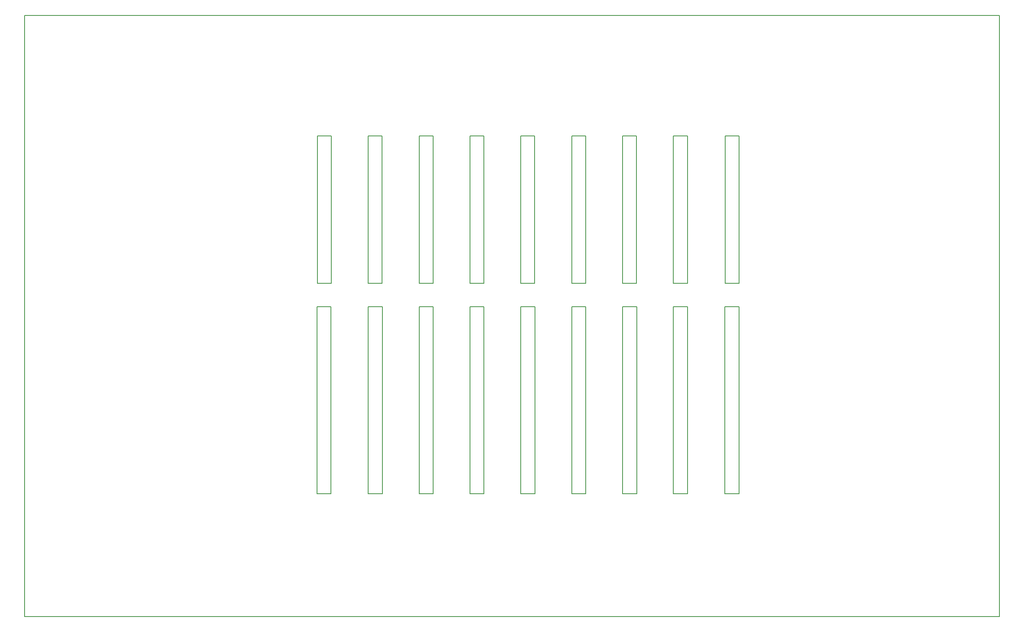
<source format=gbr>
%TF.GenerationSoftware,KiCad,Pcbnew,(5.0.1)-3*%
%TF.CreationDate,2020-01-29T23:15:48+00:00*%
%TF.ProjectId,SSv2 Panel,535376322050616E656C2E6B69636164,rev?*%
%TF.SameCoordinates,Original*%
%TF.FileFunction,Profile,NP*%
%FSLAX46Y46*%
G04 Gerber Fmt 4.6, Leading zero omitted, Abs format (unit mm)*
G04 Created by KiCad (PCBNEW (5.0.1)-3) date 29/01/2020 23:15:48*
%MOMM*%
%LPD*%
G01*
G04 APERTURE LIST*
%ADD10C,0.150000*%
%ADD11C,0.200000*%
G04 APERTURE END LIST*
D10*
X215000000Y-123850000D02*
X215000000Y-83850000D01*
X218000000Y-123850000D02*
X215000000Y-123850000D01*
X218000000Y-83850000D02*
X218000000Y-123850000D01*
X215000000Y-83850000D02*
X218000000Y-83850000D01*
X204000000Y-83900000D02*
X204000000Y-83850000D01*
X204000000Y-123850000D02*
X204000000Y-83900000D01*
X207000000Y-123850000D02*
X204000000Y-123850000D01*
X207000000Y-83850000D02*
X207000000Y-123850000D01*
X204000000Y-83850000D02*
X207000000Y-83850000D01*
X193150000Y-123850000D02*
X193150000Y-83850000D01*
X196150000Y-123850000D02*
X193150000Y-123850000D01*
X196150000Y-83850000D02*
X196150000Y-123850000D01*
X193150000Y-83850000D02*
X196150000Y-83850000D01*
X182250000Y-123850000D02*
X182250000Y-83850000D01*
X185250000Y-123850000D02*
X182250000Y-123850000D01*
X185250000Y-83850000D02*
X185250000Y-123850000D01*
X182250000Y-83850000D02*
X185250000Y-83850000D01*
X171400000Y-123850000D02*
X171400000Y-83850000D01*
X174400000Y-123850000D02*
X171400000Y-123850000D01*
X174400000Y-83850000D02*
X174400000Y-123850000D01*
X171400000Y-83850000D02*
X174400000Y-83850000D01*
X160500000Y-123850000D02*
X160500000Y-83850000D01*
X163500000Y-123850000D02*
X160500000Y-123850000D01*
X163500000Y-123800000D02*
X163500000Y-123850000D01*
X163500000Y-83850000D02*
X163500000Y-123800000D01*
X160500000Y-83850000D02*
X163500000Y-83850000D01*
X149650000Y-123850000D02*
X149650000Y-83850000D01*
X152650000Y-123850000D02*
X149650000Y-123850000D01*
X152650000Y-83850000D02*
X152650000Y-123850000D01*
X149650000Y-83850000D02*
X152650000Y-83850000D01*
X138800000Y-123850000D02*
X138800000Y-83850000D01*
X141800000Y-123850000D02*
X138800000Y-123850000D01*
X141800000Y-83850000D02*
X141800000Y-123850000D01*
X138800000Y-83850000D02*
X141800000Y-83850000D01*
X127850000Y-123850000D02*
X127850000Y-83850000D01*
X130850000Y-123850000D02*
X127850000Y-123850000D01*
X130850000Y-83850000D02*
X130850000Y-123850000D01*
X127850000Y-83850000D02*
X130850000Y-83850000D01*
X215050000Y-78850000D02*
X215050000Y-47350000D01*
X218050000Y-78850000D02*
X215050000Y-78850000D01*
X218050000Y-47350000D02*
X218050000Y-78850000D01*
X215050000Y-47350000D02*
X218050000Y-47350000D01*
X204000000Y-78850000D02*
X204000000Y-47350000D01*
X207000000Y-78850000D02*
X204000000Y-78850000D01*
X207000000Y-47350000D02*
X207000000Y-78850000D01*
X204000000Y-47350000D02*
X207000000Y-47350000D01*
X193100000Y-78850000D02*
X193100000Y-47350000D01*
X196100000Y-78850000D02*
X193100000Y-78850000D01*
X196100000Y-47350000D02*
X196100000Y-78850000D01*
X193100000Y-47350000D02*
X196100000Y-47350000D01*
X182250000Y-78850000D02*
X182250000Y-47350000D01*
X185250000Y-78850000D02*
X182250000Y-78850000D01*
X185250000Y-47350000D02*
X185250000Y-78850000D01*
X182250000Y-47350000D02*
X185250000Y-47350000D01*
X171350000Y-78850000D02*
X171350000Y-47350000D01*
X174350000Y-78850000D02*
X171350000Y-78850000D01*
X174350000Y-47350000D02*
X174350000Y-78850000D01*
X171350000Y-47350000D02*
X174350000Y-47350000D01*
X160500000Y-78850000D02*
X160500000Y-47350000D01*
X163500000Y-78850000D02*
X160500000Y-78850000D01*
X163500000Y-47350000D02*
X163500000Y-78850000D01*
X160500000Y-47350000D02*
X163500000Y-47350000D01*
X149650000Y-78850000D02*
X149650000Y-47400000D01*
X152650000Y-78850000D02*
X149650000Y-78850000D01*
X152650000Y-47350000D02*
X152650000Y-78850000D01*
X149650000Y-47350000D02*
X152650000Y-47350000D01*
D11*
X138750000Y-78850000D02*
X138750000Y-47400000D01*
X141750000Y-78850000D02*
X138750000Y-78850000D01*
X141750000Y-47350000D02*
X141750000Y-78850000D01*
X138750000Y-47350000D02*
X141750000Y-47350000D01*
X127900000Y-78850000D02*
X127900000Y-47350000D01*
X130900000Y-78850000D02*
X127900000Y-78850000D01*
X130900000Y-47350000D02*
X130900000Y-78850000D01*
X127900000Y-47350000D02*
X130900000Y-47350000D01*
D10*
X65400000Y-150100000D02*
X273650000Y-150100000D01*
X273650000Y-150100000D02*
X273650000Y-21650000D01*
X65400000Y-150100000D02*
X65400000Y-21650000D01*
X65400000Y-21650000D02*
X273650000Y-21650000D01*
M02*

</source>
